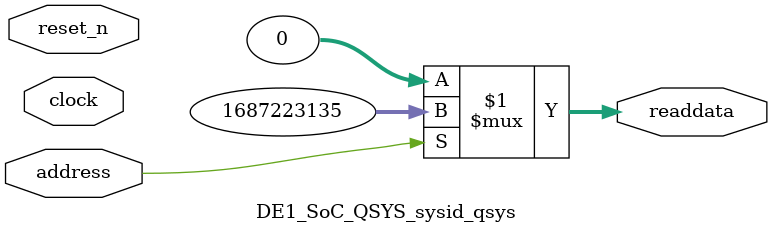
<source format=v>



// synthesis translate_off
`timescale 1ns / 1ps
// synthesis translate_on

// turn off superfluous verilog processor warnings 
// altera message_level Level1 
// altera message_off 10034 10035 10036 10037 10230 10240 10030 

module DE1_SoC_QSYS_sysid_qsys (
               // inputs:
                address,
                clock,
                reset_n,

               // outputs:
                readdata
             )
;

  output  [ 31: 0] readdata;
  input            address;
  input            clock;
  input            reset_n;

  wire    [ 31: 0] readdata;
  //control_slave, which is an e_avalon_slave
  assign readdata = address ? 1687223135 : 0;

endmodule



</source>
